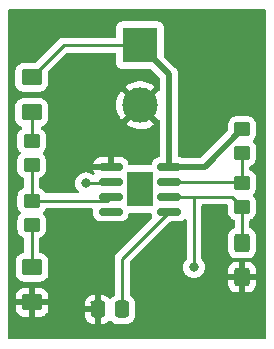
<source format=gbr>
%TF.GenerationSoftware,KiCad,Pcbnew,(6.0.10-0)*%
%TF.CreationDate,2023-02-16T14:33:40-08:00*%
%TF.ProjectId,Exercise 2,45786572-6369-4736-9520-322e6b696361,rev?*%
%TF.SameCoordinates,Original*%
%TF.FileFunction,Copper,L1,Top*%
%TF.FilePolarity,Positive*%
%FSLAX46Y46*%
G04 Gerber Fmt 4.6, Leading zero omitted, Abs format (unit mm)*
G04 Created by KiCad (PCBNEW (6.0.10-0)) date 2023-02-16 14:33:40*
%MOMM*%
%LPD*%
G01*
G04 APERTURE LIST*
G04 Aperture macros list*
%AMRoundRect*
0 Rectangle with rounded corners*
0 $1 Rounding radius*
0 $2 $3 $4 $5 $6 $7 $8 $9 X,Y pos of 4 corners*
0 Add a 4 corners polygon primitive as box body*
4,1,4,$2,$3,$4,$5,$6,$7,$8,$9,$2,$3,0*
0 Add four circle primitives for the rounded corners*
1,1,$1+$1,$2,$3*
1,1,$1+$1,$4,$5*
1,1,$1+$1,$6,$7*
1,1,$1+$1,$8,$9*
0 Add four rect primitives between the rounded corners*
20,1,$1+$1,$2,$3,$4,$5,0*
20,1,$1+$1,$4,$5,$6,$7,0*
20,1,$1+$1,$6,$7,$8,$9,0*
20,1,$1+$1,$8,$9,$2,$3,0*%
G04 Aperture macros list end*
%TA.AperFunction,SMDPad,CuDef*%
%ADD10RoundRect,0.150000X-0.825000X-0.150000X0.825000X-0.150000X0.825000X0.150000X-0.825000X0.150000X0*%
%TD*%
%TA.AperFunction,SMDPad,CuDef*%
%ADD11R,2.290000X3.000000*%
%TD*%
%TA.AperFunction,SMDPad,CuDef*%
%ADD12RoundRect,0.250000X-0.450000X0.350000X-0.450000X-0.350000X0.450000X-0.350000X0.450000X0.350000X0*%
%TD*%
%TA.AperFunction,SMDPad,CuDef*%
%ADD13RoundRect,0.250000X-0.425000X0.537500X-0.425000X-0.537500X0.425000X-0.537500X0.425000X0.537500X0*%
%TD*%
%TA.AperFunction,SMDPad,CuDef*%
%ADD14RoundRect,0.250000X0.337500X0.475000X-0.337500X0.475000X-0.337500X-0.475000X0.337500X-0.475000X0*%
%TD*%
%TA.AperFunction,ComponentPad*%
%ADD15R,3.000000X3.000000*%
%TD*%
%TA.AperFunction,ComponentPad*%
%ADD16C,3.000000*%
%TD*%
%TA.AperFunction,SMDPad,CuDef*%
%ADD17RoundRect,0.250001X0.624999X-0.462499X0.624999X0.462499X-0.624999X0.462499X-0.624999X-0.462499X0*%
%TD*%
%TA.AperFunction,ViaPad*%
%ADD18C,0.800000*%
%TD*%
%TA.AperFunction,Conductor*%
%ADD19C,0.250000*%
%TD*%
%TA.AperFunction,Conductor*%
%ADD20C,0.508000*%
%TD*%
G04 APERTURE END LIST*
D10*
%TO.P,U1,1,GND*%
%TO.N,GND*%
X145861000Y-91059000D03*
%TO.P,U1,2,TR*%
%TO.N,/pin_2*%
X145861000Y-92329000D03*
%TO.P,U1,3,Q*%
%TO.N,/pin_3*%
X145861000Y-93599000D03*
%TO.P,U1,4,R*%
%TO.N,/9V*%
X145861000Y-94869000D03*
%TO.P,U1,5,CV*%
%TO.N,Net-(C2-Pad1)*%
X150811000Y-94869000D03*
%TO.P,U1,6,THR*%
%TO.N,/pin_2*%
X150811000Y-93599000D03*
%TO.P,U1,7,DIS*%
%TO.N,Net-(R1-Pad2)*%
X150811000Y-92329000D03*
%TO.P,U1,8,VCC*%
%TO.N,+9V*%
X150811000Y-91059000D03*
D11*
%TO.P,U1,9*%
%TO.N,N/C*%
X148336000Y-92964000D03*
%TD*%
D12*
%TO.P,R3,1*%
%TO.N,Net-(D1-Pad1)*%
X139155500Y-88879500D03*
%TO.P,R3,2*%
%TO.N,/pin_3*%
X139155500Y-90879500D03*
%TD*%
D13*
%TO.P,C1,1*%
%TO.N,/pin_2*%
X156972000Y-97526000D03*
%TO.P,C1,2*%
%TO.N,GND*%
X156972000Y-100401000D03*
%TD*%
D12*
%TO.P,R2,1*%
%TO.N,Net-(R1-Pad2)*%
X156972000Y-92446000D03*
%TO.P,R2,2*%
%TO.N,/pin_2*%
X156972000Y-94446000D03*
%TD*%
%TO.P,R4,1*%
%TO.N,/pin_3*%
X139171500Y-93959500D03*
%TO.P,R4,2*%
%TO.N,Net-(D2-Pad2)*%
X139171500Y-95959500D03*
%TD*%
%TO.P,R1,1*%
%TO.N,+9V*%
X156972000Y-87906000D03*
%TO.P,R1,2*%
%TO.N,Net-(R1-Pad2)*%
X156972000Y-89906000D03*
%TD*%
D14*
%TO.P,C2,1*%
%TO.N,Net-(C2-Pad1)*%
X146833500Y-103145500D03*
%TO.P,C2,2*%
%TO.N,GND*%
X144758500Y-103145500D03*
%TD*%
D15*
%TO.P,J1,1,Pin_1*%
%TO.N,+9V*%
X148336000Y-80772000D03*
D16*
%TO.P,J1,2,Pin_2*%
%TO.N,GND*%
X148336000Y-85852000D03*
%TD*%
D17*
%TO.P,D2,1,K*%
%TO.N,GND*%
X139192000Y-102543000D03*
%TO.P,D2,2,A*%
%TO.N,Net-(D2-Pad2)*%
X139192000Y-99568000D03*
%TD*%
%TO.P,D1,1,K*%
%TO.N,Net-(D1-Pad1)*%
X139155500Y-86457500D03*
%TO.P,D1,2,A*%
%TO.N,+9V*%
X139155500Y-83482500D03*
%TD*%
D18*
%TO.N,/pin_2*%
X143764000Y-92456000D03*
X152908000Y-99568000D03*
%TD*%
D19*
%TO.N,/pin_2*%
X152908000Y-99568000D02*
X152908000Y-93726000D01*
X156125000Y-93599000D02*
X156972000Y-94446000D01*
X150811000Y-93599000D02*
X153035000Y-93599000D01*
X145734000Y-92456000D02*
X143764000Y-92456000D01*
X156972000Y-94446000D02*
X156972000Y-97526000D01*
X152908000Y-93726000D02*
X153035000Y-93599000D01*
X153035000Y-93599000D02*
X156125000Y-93599000D01*
X145861000Y-92329000D02*
X145734000Y-92456000D01*
%TO.N,GND*%
X144758500Y-103145500D02*
X144156000Y-102543000D01*
%TO.N,Net-(C2-Pad1)*%
X146833500Y-98846500D02*
X150811000Y-94869000D01*
X146833500Y-103145500D02*
X146833500Y-98846500D01*
%TO.N,Net-(D1-Pad1)*%
X139155500Y-88879500D02*
X139155500Y-86457500D01*
D20*
%TO.N,+9V*%
X150811000Y-91059000D02*
X153819000Y-91059000D01*
X150811000Y-83247000D02*
X148336000Y-80772000D01*
X153819000Y-91059000D02*
X156972000Y-87906000D01*
D19*
X141866000Y-80772000D02*
X139155500Y-83482500D01*
X148336000Y-80772000D02*
X141866000Y-80772000D01*
D20*
X150811000Y-91059000D02*
X150811000Y-83247000D01*
D19*
%TO.N,Net-(D2-Pad2)*%
X139171500Y-99547500D02*
X139171500Y-95959500D01*
X139192000Y-99568000D02*
X139171500Y-99547500D01*
%TO.N,Net-(R1-Pad2)*%
X156972000Y-92446000D02*
X156855000Y-92329000D01*
X156972000Y-89906000D02*
X156972000Y-92446000D01*
X156855000Y-92329000D02*
X150811000Y-92329000D01*
%TO.N,/pin_3*%
X145500500Y-93959500D02*
X145861000Y-93599000D01*
X139171500Y-90895500D02*
X139155500Y-90879500D01*
X139171500Y-93959500D02*
X145500500Y-93959500D01*
X139171500Y-93959500D02*
X139171500Y-90895500D01*
%TD*%
%TA.AperFunction,Conductor*%
%TO.N,GND*%
G36*
X158945621Y-77744502D02*
G01*
X158992114Y-77798158D01*
X159003500Y-77850500D01*
X159003500Y-105537500D01*
X158983498Y-105605621D01*
X158929842Y-105652114D01*
X158877500Y-105663500D01*
X137286500Y-105663500D01*
X137218379Y-105643498D01*
X137171886Y-105589842D01*
X137160500Y-105537500D01*
X137160500Y-103052596D01*
X137809000Y-103052596D01*
X137809337Y-103059111D01*
X137819256Y-103154703D01*
X137822150Y-103168102D01*
X137873588Y-103322283D01*
X137879762Y-103335462D01*
X137965063Y-103473307D01*
X137974099Y-103484708D01*
X138088830Y-103599239D01*
X138100241Y-103608251D01*
X138238245Y-103693318D01*
X138251423Y-103699462D01*
X138405716Y-103750639D01*
X138419081Y-103753505D01*
X138513439Y-103763172D01*
X138519855Y-103763500D01*
X138919885Y-103763500D01*
X138935124Y-103759025D01*
X138936329Y-103757635D01*
X138938000Y-103749952D01*
X138938000Y-103745385D01*
X139446000Y-103745385D01*
X139450475Y-103760624D01*
X139451865Y-103761829D01*
X139459548Y-103763500D01*
X139864096Y-103763500D01*
X139870611Y-103763163D01*
X139966203Y-103753244D01*
X139979602Y-103750350D01*
X140133783Y-103698912D01*
X140146962Y-103692738D01*
X140187593Y-103667595D01*
X143663001Y-103667595D01*
X143663338Y-103674114D01*
X143673257Y-103769706D01*
X143676149Y-103783100D01*
X143727588Y-103937284D01*
X143733761Y-103950462D01*
X143819063Y-104088307D01*
X143828099Y-104099708D01*
X143942829Y-104214239D01*
X143954240Y-104223251D01*
X144092243Y-104308316D01*
X144105424Y-104314463D01*
X144259710Y-104365638D01*
X144273086Y-104368505D01*
X144367438Y-104378172D01*
X144373854Y-104378500D01*
X144486385Y-104378500D01*
X144501624Y-104374025D01*
X144502829Y-104372635D01*
X144504500Y-104364952D01*
X144504500Y-103417615D01*
X144500025Y-103402376D01*
X144498635Y-103401171D01*
X144490952Y-103399500D01*
X143681116Y-103399500D01*
X143665877Y-103403975D01*
X143664672Y-103405365D01*
X143663001Y-103413048D01*
X143663001Y-103667595D01*
X140187593Y-103667595D01*
X140284807Y-103607437D01*
X140296208Y-103598401D01*
X140410739Y-103483670D01*
X140419751Y-103472259D01*
X140504818Y-103334255D01*
X140510962Y-103321077D01*
X140562139Y-103166784D01*
X140565005Y-103153419D01*
X140574672Y-103059061D01*
X140575000Y-103052645D01*
X140575000Y-102873385D01*
X143663000Y-102873385D01*
X143667475Y-102888624D01*
X143668865Y-102889829D01*
X143676548Y-102891500D01*
X144486385Y-102891500D01*
X144501624Y-102887025D01*
X144502829Y-102885635D01*
X144504500Y-102877952D01*
X144504500Y-101930616D01*
X144500025Y-101915377D01*
X144498635Y-101914172D01*
X144490952Y-101912501D01*
X144373905Y-101912501D01*
X144367386Y-101912838D01*
X144271794Y-101922757D01*
X144258400Y-101925649D01*
X144104216Y-101977088D01*
X144091038Y-101983261D01*
X143953193Y-102068563D01*
X143941792Y-102077599D01*
X143827261Y-102192329D01*
X143818249Y-102203740D01*
X143733184Y-102341743D01*
X143727037Y-102354924D01*
X143675862Y-102509210D01*
X143672995Y-102522586D01*
X143663328Y-102616938D01*
X143663000Y-102623355D01*
X143663000Y-102873385D01*
X140575000Y-102873385D01*
X140575000Y-102815115D01*
X140570525Y-102799876D01*
X140569135Y-102798671D01*
X140561452Y-102797000D01*
X139464115Y-102797000D01*
X139448876Y-102801475D01*
X139447671Y-102802865D01*
X139446000Y-102810548D01*
X139446000Y-103745385D01*
X138938000Y-103745385D01*
X138938000Y-102815115D01*
X138933525Y-102799876D01*
X138932135Y-102798671D01*
X138924452Y-102797000D01*
X137827115Y-102797000D01*
X137811876Y-102801475D01*
X137810671Y-102802865D01*
X137809000Y-102810548D01*
X137809000Y-103052596D01*
X137160500Y-103052596D01*
X137160500Y-102270885D01*
X137809000Y-102270885D01*
X137813475Y-102286124D01*
X137814865Y-102287329D01*
X137822548Y-102289000D01*
X138919885Y-102289000D01*
X138935124Y-102284525D01*
X138936329Y-102283135D01*
X138938000Y-102275452D01*
X138938000Y-102270885D01*
X139446000Y-102270885D01*
X139450475Y-102286124D01*
X139451865Y-102287329D01*
X139459548Y-102289000D01*
X140556885Y-102289000D01*
X140572124Y-102284525D01*
X140573329Y-102283135D01*
X140575000Y-102275452D01*
X140575000Y-102033404D01*
X140574663Y-102026889D01*
X140564744Y-101931297D01*
X140561850Y-101917898D01*
X140510412Y-101763717D01*
X140504238Y-101750538D01*
X140418937Y-101612693D01*
X140409901Y-101601292D01*
X140295170Y-101486761D01*
X140283759Y-101477749D01*
X140145755Y-101392682D01*
X140132577Y-101386538D01*
X139978284Y-101335361D01*
X139964919Y-101332495D01*
X139870561Y-101322828D01*
X139864144Y-101322500D01*
X139464115Y-101322500D01*
X139448876Y-101326975D01*
X139447671Y-101328365D01*
X139446000Y-101336048D01*
X139446000Y-102270885D01*
X138938000Y-102270885D01*
X138938000Y-101340615D01*
X138933525Y-101325376D01*
X138932135Y-101324171D01*
X138924452Y-101322500D01*
X138519904Y-101322500D01*
X138513389Y-101322837D01*
X138417797Y-101332756D01*
X138404398Y-101335650D01*
X138250217Y-101387088D01*
X138237038Y-101393262D01*
X138099193Y-101478563D01*
X138087792Y-101487599D01*
X137973261Y-101602330D01*
X137964249Y-101613741D01*
X137879182Y-101751745D01*
X137873038Y-101764923D01*
X137821861Y-101919216D01*
X137818995Y-101932581D01*
X137809328Y-102026939D01*
X137809000Y-102033356D01*
X137809000Y-102270885D01*
X137160500Y-102270885D01*
X137160500Y-86970400D01*
X137772000Y-86970400D01*
X137772337Y-86973646D01*
X137772337Y-86973650D01*
X137782181Y-87068520D01*
X137782974Y-87076165D01*
X137838950Y-87243945D01*
X137932022Y-87394348D01*
X138057197Y-87519305D01*
X138063427Y-87523145D01*
X138063428Y-87523146D01*
X138200590Y-87607694D01*
X138207762Y-87612115D01*
X138302618Y-87643577D01*
X138360978Y-87684007D01*
X138388215Y-87749571D01*
X138375682Y-87819453D01*
X138329254Y-87870314D01*
X138329012Y-87870464D01*
X138231152Y-87931022D01*
X138106195Y-88056197D01*
X138013385Y-88206762D01*
X137957703Y-88374639D01*
X137947000Y-88479100D01*
X137947000Y-89279900D01*
X137957974Y-89385666D01*
X137960155Y-89392202D01*
X137960155Y-89392204D01*
X137962701Y-89399834D01*
X138013950Y-89553446D01*
X138107022Y-89703848D01*
X138112204Y-89709021D01*
X138193609Y-89790284D01*
X138227688Y-89852566D01*
X138222685Y-89923386D01*
X138193764Y-89968475D01*
X138118440Y-90043931D01*
X138106195Y-90056197D01*
X138102355Y-90062427D01*
X138102354Y-90062428D01*
X138022102Y-90192621D01*
X138013385Y-90206762D01*
X137998071Y-90252933D01*
X137964339Y-90354633D01*
X137957703Y-90374639D01*
X137957003Y-90381475D01*
X137957002Y-90381478D01*
X137955393Y-90397180D01*
X137947000Y-90479100D01*
X137947000Y-91279900D01*
X137947337Y-91283146D01*
X137947337Y-91283150D01*
X137955073Y-91357702D01*
X137957974Y-91385666D01*
X137960155Y-91392202D01*
X137960155Y-91392204D01*
X137997021Y-91502704D01*
X138013950Y-91553446D01*
X138107022Y-91703848D01*
X138232197Y-91828805D01*
X138382762Y-91921615D01*
X138434408Y-91938745D01*
X138451668Y-91944470D01*
X138510027Y-91984901D01*
X138537264Y-92050465D01*
X138538000Y-92064063D01*
X138538000Y-92780303D01*
X138517998Y-92848424D01*
X138464342Y-92894917D01*
X138451877Y-92899826D01*
X138404498Y-92915633D01*
X138404496Y-92915634D01*
X138397554Y-92917950D01*
X138391330Y-92921801D01*
X138391329Y-92921802D01*
X138325562Y-92962500D01*
X138247152Y-93011022D01*
X138122195Y-93136197D01*
X138029385Y-93286762D01*
X137973703Y-93454639D01*
X137973003Y-93461475D01*
X137973002Y-93461478D01*
X137969394Y-93496695D01*
X137963000Y-93559100D01*
X137963000Y-94359900D01*
X137963337Y-94363146D01*
X137963337Y-94363150D01*
X137972909Y-94455399D01*
X137973974Y-94465666D01*
X138029950Y-94633446D01*
X138123022Y-94783848D01*
X138182412Y-94843134D01*
X138209609Y-94870284D01*
X138243688Y-94932566D01*
X138238685Y-95003386D01*
X138209764Y-95048475D01*
X138175266Y-95083033D01*
X138122195Y-95136197D01*
X138118355Y-95142427D01*
X138118354Y-95142428D01*
X138036643Y-95274988D01*
X138029385Y-95286762D01*
X138027081Y-95293709D01*
X137981406Y-95431416D01*
X137973703Y-95454639D01*
X137973003Y-95461475D01*
X137973002Y-95461478D01*
X137970037Y-95490418D01*
X137963000Y-95559100D01*
X137963000Y-96359900D01*
X137963337Y-96363146D01*
X137963337Y-96363150D01*
X137966040Y-96389195D01*
X137973974Y-96465666D01*
X138029950Y-96633446D01*
X138123022Y-96783848D01*
X138248197Y-96908805D01*
X138254427Y-96912645D01*
X138254428Y-96912646D01*
X138290450Y-96934850D01*
X138398762Y-97001615D01*
X138451668Y-97019163D01*
X138510027Y-97059594D01*
X138537264Y-97125158D01*
X138538000Y-97138756D01*
X138538000Y-98231177D01*
X138517998Y-98299298D01*
X138464342Y-98345791D01*
X138425002Y-98356504D01*
X138417694Y-98357262D01*
X138417691Y-98357263D01*
X138410835Y-98357974D01*
X138404299Y-98360155D01*
X138404297Y-98360155D01*
X138322497Y-98387446D01*
X138243055Y-98413950D01*
X138092652Y-98507022D01*
X137967695Y-98632197D01*
X137963855Y-98638427D01*
X137963854Y-98638428D01*
X137884928Y-98766470D01*
X137874885Y-98782762D01*
X137860397Y-98826443D01*
X137824856Y-98933597D01*
X137819203Y-98950639D01*
X137808500Y-99055100D01*
X137808500Y-100080900D01*
X137808837Y-100084146D01*
X137808837Y-100084150D01*
X137813953Y-100133452D01*
X137819474Y-100186665D01*
X137875450Y-100354445D01*
X137968522Y-100504848D01*
X138093697Y-100629805D01*
X138099927Y-100633645D01*
X138099928Y-100633646D01*
X138237090Y-100718194D01*
X138244262Y-100722615D01*
X138324005Y-100749064D01*
X138405611Y-100776132D01*
X138405613Y-100776132D01*
X138412139Y-100778297D01*
X138418975Y-100778997D01*
X138418978Y-100778998D01*
X138462031Y-100783409D01*
X138516600Y-100789000D01*
X139867400Y-100789000D01*
X139870646Y-100788663D01*
X139870650Y-100788663D01*
X139966307Y-100778738D01*
X139966311Y-100778737D01*
X139973165Y-100778026D01*
X139979701Y-100775845D01*
X139979703Y-100775845D01*
X140111805Y-100731772D01*
X140140945Y-100722050D01*
X140291348Y-100628978D01*
X140416305Y-100503803D01*
X140433981Y-100475128D01*
X140505275Y-100359468D01*
X140505276Y-100359466D01*
X140509115Y-100353238D01*
X140564797Y-100185361D01*
X140568728Y-100147000D01*
X140570583Y-100128885D01*
X140575500Y-100080900D01*
X140575500Y-99055100D01*
X140564526Y-98949335D01*
X140559276Y-98933597D01*
X140510868Y-98788503D01*
X140508550Y-98781555D01*
X140415478Y-98631152D01*
X140290303Y-98506195D01*
X140224122Y-98465400D01*
X140145968Y-98417225D01*
X140145966Y-98417224D01*
X140139738Y-98413385D01*
X140036947Y-98379291D01*
X139978389Y-98359868D01*
X139978387Y-98359868D01*
X139971861Y-98357703D01*
X139965023Y-98357002D01*
X139965021Y-98357002D01*
X139949809Y-98355444D01*
X139918157Y-98352201D01*
X139852431Y-98325360D01*
X139811649Y-98267246D01*
X139805000Y-98226857D01*
X139805000Y-97138697D01*
X139825002Y-97070576D01*
X139878658Y-97024083D01*
X139891123Y-97019174D01*
X139938502Y-97003367D01*
X139938504Y-97003366D01*
X139945446Y-97001050D01*
X140052340Y-96934902D01*
X140089620Y-96911832D01*
X140095848Y-96907978D01*
X140220805Y-96782803D01*
X140289412Y-96671502D01*
X140309775Y-96638468D01*
X140309776Y-96638466D01*
X140313615Y-96632238D01*
X140350369Y-96521428D01*
X140367132Y-96470889D01*
X140367132Y-96470887D01*
X140369297Y-96464361D01*
X140380000Y-96359900D01*
X140380000Y-95559100D01*
X140379663Y-95555850D01*
X140369738Y-95460192D01*
X140369737Y-95460188D01*
X140369026Y-95453334D01*
X140350948Y-95399146D01*
X140315368Y-95292502D01*
X140313050Y-95285554D01*
X140219978Y-95135152D01*
X140133391Y-95048716D01*
X140099312Y-94986434D01*
X140104315Y-94915614D01*
X140133236Y-94870525D01*
X140215634Y-94787983D01*
X140220805Y-94782803D01*
X140260134Y-94719000D01*
X140300889Y-94652884D01*
X140353662Y-94605390D01*
X140408149Y-94593000D01*
X144251500Y-94593000D01*
X144319621Y-94613002D01*
X144366114Y-94666658D01*
X144377500Y-94719000D01*
X144377500Y-95085502D01*
X144380438Y-95122831D01*
X144397500Y-95181559D01*
X144424497Y-95274483D01*
X144426855Y-95282601D01*
X144433424Y-95293709D01*
X144507509Y-95418980D01*
X144507511Y-95418983D01*
X144511547Y-95425807D01*
X144629193Y-95543453D01*
X144636017Y-95547489D01*
X144636020Y-95547491D01*
X144736579Y-95606961D01*
X144772399Y-95628145D01*
X144780010Y-95630356D01*
X144780012Y-95630357D01*
X144832231Y-95645528D01*
X144932169Y-95674562D01*
X144938574Y-95675066D01*
X144938579Y-95675067D01*
X144967042Y-95677307D01*
X144967050Y-95677307D01*
X144969498Y-95677500D01*
X146752502Y-95677500D01*
X146754950Y-95677307D01*
X146754958Y-95677307D01*
X146783421Y-95675067D01*
X146783426Y-95675066D01*
X146789831Y-95674562D01*
X146889769Y-95645528D01*
X146941988Y-95630357D01*
X146941990Y-95630356D01*
X146949601Y-95628145D01*
X146985421Y-95606961D01*
X147085980Y-95547491D01*
X147085983Y-95547489D01*
X147092807Y-95543453D01*
X147210453Y-95425807D01*
X147214489Y-95418983D01*
X147214491Y-95418980D01*
X147288576Y-95293709D01*
X147295145Y-95282601D01*
X147297504Y-95274483D01*
X147324500Y-95181559D01*
X147341562Y-95122831D01*
X147344255Y-95088614D01*
X147369541Y-95022273D01*
X147426679Y-94980133D01*
X147469867Y-94972500D01*
X149202133Y-94972500D01*
X149270254Y-94992502D01*
X149316747Y-95046158D01*
X149327745Y-95088614D01*
X149330438Y-95122831D01*
X149347500Y-95181559D01*
X149374497Y-95274483D01*
X149376855Y-95282601D01*
X149380892Y-95289426D01*
X149381248Y-95290250D01*
X149389946Y-95360712D01*
X149354707Y-95429388D01*
X146441247Y-98342848D01*
X146432961Y-98350388D01*
X146426482Y-98354500D01*
X146421057Y-98360277D01*
X146379857Y-98404151D01*
X146377102Y-98406993D01*
X146357365Y-98426730D01*
X146354885Y-98429927D01*
X146347182Y-98438947D01*
X146316914Y-98471179D01*
X146313095Y-98478125D01*
X146313093Y-98478128D01*
X146307152Y-98488934D01*
X146296301Y-98505453D01*
X146283886Y-98521459D01*
X146280741Y-98528728D01*
X146280738Y-98528732D01*
X146266326Y-98562037D01*
X146261109Y-98572687D01*
X146239805Y-98611440D01*
X146235806Y-98627017D01*
X146234767Y-98631062D01*
X146228363Y-98649766D01*
X146220319Y-98668355D01*
X146219080Y-98676178D01*
X146219077Y-98676188D01*
X146213401Y-98712024D01*
X146210995Y-98723644D01*
X146200000Y-98766470D01*
X146200000Y-98786724D01*
X146198449Y-98806434D01*
X146195280Y-98826443D01*
X146196026Y-98834335D01*
X146199441Y-98870461D01*
X146200000Y-98882319D01*
X146200000Y-101891454D01*
X146179998Y-101959575D01*
X146140303Y-101998598D01*
X146021652Y-102072022D01*
X145896695Y-102197197D01*
X145893898Y-102201735D01*
X145836647Y-102242324D01*
X145765724Y-102245554D01*
X145704313Y-102209928D01*
X145696938Y-102201432D01*
X145688902Y-102191293D01*
X145574171Y-102076761D01*
X145562760Y-102067749D01*
X145424757Y-101982684D01*
X145411576Y-101976537D01*
X145257290Y-101925362D01*
X145243914Y-101922495D01*
X145149562Y-101912828D01*
X145143145Y-101912500D01*
X145030615Y-101912500D01*
X145015376Y-101916975D01*
X145014171Y-101918365D01*
X145012500Y-101926048D01*
X145012500Y-104360384D01*
X145016975Y-104375623D01*
X145018365Y-104376828D01*
X145026048Y-104378499D01*
X145143095Y-104378499D01*
X145149614Y-104378162D01*
X145245206Y-104368243D01*
X145258600Y-104365351D01*
X145412784Y-104313912D01*
X145425962Y-104307739D01*
X145563807Y-104222437D01*
X145575208Y-104213401D01*
X145689738Y-104098672D01*
X145696794Y-104089738D01*
X145754712Y-104048677D01*
X145825635Y-104045447D01*
X145887046Y-104081074D01*
X145893846Y-104088907D01*
X145897522Y-104094848D01*
X146022697Y-104219805D01*
X146028927Y-104223645D01*
X146028928Y-104223646D01*
X146166288Y-104308316D01*
X146173262Y-104312615D01*
X146253005Y-104339064D01*
X146334611Y-104366132D01*
X146334613Y-104366132D01*
X146341139Y-104368297D01*
X146347975Y-104368997D01*
X146347978Y-104368998D01*
X146391031Y-104373409D01*
X146445600Y-104379000D01*
X147221400Y-104379000D01*
X147224646Y-104378663D01*
X147224650Y-104378663D01*
X147320308Y-104368738D01*
X147320312Y-104368737D01*
X147327166Y-104368026D01*
X147333702Y-104365845D01*
X147333704Y-104365845D01*
X147465806Y-104321772D01*
X147494946Y-104312050D01*
X147645348Y-104218978D01*
X147770305Y-104093803D01*
X147863115Y-103943238D01*
X147918797Y-103775361D01*
X147920013Y-103763500D01*
X147923909Y-103725469D01*
X147929500Y-103670900D01*
X147929500Y-102620100D01*
X147929163Y-102616850D01*
X147919238Y-102521192D01*
X147919237Y-102521188D01*
X147918526Y-102514334D01*
X147862550Y-102346554D01*
X147769478Y-102196152D01*
X147644303Y-102071195D01*
X147526883Y-101998816D01*
X147479391Y-101946045D01*
X147467000Y-101891557D01*
X147467000Y-100985595D01*
X155789001Y-100985595D01*
X155789338Y-100992114D01*
X155799257Y-101087706D01*
X155802149Y-101101100D01*
X155853588Y-101255284D01*
X155859761Y-101268462D01*
X155945063Y-101406307D01*
X155954099Y-101417708D01*
X156068829Y-101532239D01*
X156080240Y-101541251D01*
X156218243Y-101626316D01*
X156231424Y-101632463D01*
X156385710Y-101683638D01*
X156399086Y-101686505D01*
X156493438Y-101696172D01*
X156499854Y-101696500D01*
X156699885Y-101696500D01*
X156715124Y-101692025D01*
X156716329Y-101690635D01*
X156718000Y-101682952D01*
X156718000Y-101678384D01*
X157226000Y-101678384D01*
X157230475Y-101693623D01*
X157231865Y-101694828D01*
X157239548Y-101696499D01*
X157444095Y-101696499D01*
X157450614Y-101696162D01*
X157546206Y-101686243D01*
X157559600Y-101683351D01*
X157713784Y-101631912D01*
X157726962Y-101625739D01*
X157864807Y-101540437D01*
X157876208Y-101531401D01*
X157990739Y-101416671D01*
X157999751Y-101405260D01*
X158084816Y-101267257D01*
X158090963Y-101254076D01*
X158142138Y-101099790D01*
X158145005Y-101086414D01*
X158154672Y-100992062D01*
X158155000Y-100985646D01*
X158155000Y-100673115D01*
X158150525Y-100657876D01*
X158149135Y-100656671D01*
X158141452Y-100655000D01*
X157244115Y-100655000D01*
X157228876Y-100659475D01*
X157227671Y-100660865D01*
X157226000Y-100668548D01*
X157226000Y-101678384D01*
X156718000Y-101678384D01*
X156718000Y-100673115D01*
X156713525Y-100657876D01*
X156712135Y-100656671D01*
X156704452Y-100655000D01*
X155807116Y-100655000D01*
X155791877Y-100659475D01*
X155790672Y-100660865D01*
X155789001Y-100668548D01*
X155789001Y-100985595D01*
X147467000Y-100985595D01*
X147467000Y-99161094D01*
X147487002Y-99092973D01*
X147503905Y-99071999D01*
X150861499Y-95714405D01*
X150923811Y-95680379D01*
X150950594Y-95677500D01*
X151702502Y-95677500D01*
X151704950Y-95677307D01*
X151704958Y-95677307D01*
X151733421Y-95675067D01*
X151733426Y-95675066D01*
X151739831Y-95674562D01*
X151839769Y-95645528D01*
X151891988Y-95630357D01*
X151891990Y-95630356D01*
X151899601Y-95628145D01*
X151935421Y-95606961D01*
X152035980Y-95547491D01*
X152035983Y-95547489D01*
X152042807Y-95543453D01*
X152059405Y-95526855D01*
X152121717Y-95492829D01*
X152192532Y-95497894D01*
X152249368Y-95540441D01*
X152274179Y-95606961D01*
X152274500Y-95615950D01*
X152274500Y-98865476D01*
X152254498Y-98933597D01*
X152242142Y-98949779D01*
X152168960Y-99031056D01*
X152073473Y-99196444D01*
X152014458Y-99378072D01*
X151994496Y-99568000D01*
X152014458Y-99757928D01*
X152073473Y-99939556D01*
X152168960Y-100104944D01*
X152173378Y-100109851D01*
X152173379Y-100109852D01*
X152248429Y-100193203D01*
X152296747Y-100246866D01*
X152451248Y-100359118D01*
X152457276Y-100361802D01*
X152457278Y-100361803D01*
X152619681Y-100434109D01*
X152625712Y-100436794D01*
X152719112Y-100456647D01*
X152806056Y-100475128D01*
X152806061Y-100475128D01*
X152812513Y-100476500D01*
X153003487Y-100476500D01*
X153009939Y-100475128D01*
X153009944Y-100475128D01*
X153096888Y-100456647D01*
X153190288Y-100436794D01*
X153196319Y-100434109D01*
X153358722Y-100361803D01*
X153358724Y-100361802D01*
X153364752Y-100359118D01*
X153519253Y-100246866D01*
X153567571Y-100193203D01*
X153625484Y-100128885D01*
X155789000Y-100128885D01*
X155793475Y-100144124D01*
X155794865Y-100145329D01*
X155802548Y-100147000D01*
X156699885Y-100147000D01*
X156715124Y-100142525D01*
X156716329Y-100141135D01*
X156718000Y-100133452D01*
X156718000Y-100128885D01*
X157226000Y-100128885D01*
X157230475Y-100144124D01*
X157231865Y-100145329D01*
X157239548Y-100147000D01*
X158136884Y-100147000D01*
X158152123Y-100142525D01*
X158153328Y-100141135D01*
X158154999Y-100133452D01*
X158154999Y-99816405D01*
X158154662Y-99809886D01*
X158144743Y-99714294D01*
X158141851Y-99700900D01*
X158090412Y-99546716D01*
X158084239Y-99533538D01*
X157998937Y-99395693D01*
X157989901Y-99384292D01*
X157875171Y-99269761D01*
X157863760Y-99260749D01*
X157725757Y-99175684D01*
X157712576Y-99169537D01*
X157558290Y-99118362D01*
X157544914Y-99115495D01*
X157450562Y-99105828D01*
X157444145Y-99105500D01*
X157244115Y-99105500D01*
X157228876Y-99109975D01*
X157227671Y-99111365D01*
X157226000Y-99119048D01*
X157226000Y-100128885D01*
X156718000Y-100128885D01*
X156718000Y-99123616D01*
X156713525Y-99108377D01*
X156712135Y-99107172D01*
X156704452Y-99105501D01*
X156499905Y-99105501D01*
X156493386Y-99105838D01*
X156397794Y-99115757D01*
X156384400Y-99118649D01*
X156230216Y-99170088D01*
X156217038Y-99176261D01*
X156079193Y-99261563D01*
X156067792Y-99270599D01*
X155953261Y-99385329D01*
X155944249Y-99396740D01*
X155859184Y-99534743D01*
X155853037Y-99547924D01*
X155801862Y-99702210D01*
X155798995Y-99715586D01*
X155789328Y-99809938D01*
X155789000Y-99816355D01*
X155789000Y-100128885D01*
X153625484Y-100128885D01*
X153642621Y-100109852D01*
X153642622Y-100109851D01*
X153647040Y-100104944D01*
X153742527Y-99939556D01*
X153801542Y-99757928D01*
X153821504Y-99568000D01*
X153801542Y-99378072D01*
X153742527Y-99196444D01*
X153647040Y-99031056D01*
X153573863Y-98949785D01*
X153543147Y-98885779D01*
X153541500Y-98865476D01*
X153541500Y-94358500D01*
X153561502Y-94290379D01*
X153615158Y-94243886D01*
X153667500Y-94232500D01*
X155637500Y-94232500D01*
X155705621Y-94252502D01*
X155752114Y-94306158D01*
X155763500Y-94358500D01*
X155763500Y-94846400D01*
X155774474Y-94952166D01*
X155776655Y-94958702D01*
X155776655Y-94958704D01*
X155805832Y-95046158D01*
X155830450Y-95119946D01*
X155923522Y-95270348D01*
X156048697Y-95395305D01*
X156054927Y-95399145D01*
X156054928Y-95399146D01*
X156153963Y-95460192D01*
X156199262Y-95488115D01*
X156252168Y-95505663D01*
X156310527Y-95546094D01*
X156337764Y-95611658D01*
X156338500Y-95625256D01*
X156338500Y-96167643D01*
X156318498Y-96235764D01*
X156264842Y-96282257D01*
X156252378Y-96287166D01*
X156230005Y-96294630D01*
X156229998Y-96294633D01*
X156223054Y-96296950D01*
X156072652Y-96390022D01*
X155947695Y-96515197D01*
X155943855Y-96521427D01*
X155943854Y-96521428D01*
X155870965Y-96639676D01*
X155854885Y-96665762D01*
X155852581Y-96672709D01*
X155817784Y-96777620D01*
X155799203Y-96833639D01*
X155788500Y-96938100D01*
X155788500Y-98113900D01*
X155799474Y-98219666D01*
X155855450Y-98387446D01*
X155948522Y-98537848D01*
X156073697Y-98662805D01*
X156079927Y-98666645D01*
X156079928Y-98666646D01*
X156217090Y-98751194D01*
X156224262Y-98755615D01*
X156283683Y-98775324D01*
X156385611Y-98809132D01*
X156385613Y-98809132D01*
X156392139Y-98811297D01*
X156398975Y-98811997D01*
X156398978Y-98811998D01*
X156442031Y-98816409D01*
X156496600Y-98822000D01*
X157447400Y-98822000D01*
X157450646Y-98821663D01*
X157450650Y-98821663D01*
X157546308Y-98811738D01*
X157546312Y-98811737D01*
X157553166Y-98811026D01*
X157559702Y-98808845D01*
X157559704Y-98808845D01*
X157709739Y-98758789D01*
X157720946Y-98755050D01*
X157871348Y-98661978D01*
X157996305Y-98536803D01*
X158011985Y-98511366D01*
X158085275Y-98392468D01*
X158085276Y-98392466D01*
X158089115Y-98386238D01*
X158144797Y-98218361D01*
X158155500Y-98113900D01*
X158155500Y-96938100D01*
X158152775Y-96911832D01*
X158145238Y-96839192D01*
X158145237Y-96839188D01*
X158144526Y-96832334D01*
X158088550Y-96664554D01*
X157995478Y-96514152D01*
X157870303Y-96389195D01*
X157864072Y-96385354D01*
X157725968Y-96300225D01*
X157725966Y-96300224D01*
X157719738Y-96296385D01*
X157691830Y-96287128D01*
X157633472Y-96246697D01*
X157606236Y-96181133D01*
X157605500Y-96167536D01*
X157605500Y-95625197D01*
X157625502Y-95557076D01*
X157679158Y-95510583D01*
X157691623Y-95505674D01*
X157739002Y-95489867D01*
X157739004Y-95489866D01*
X157745946Y-95487550D01*
X157799130Y-95454639D01*
X157890120Y-95398332D01*
X157896348Y-95394478D01*
X158021305Y-95269303D01*
X158025146Y-95263072D01*
X158110275Y-95124968D01*
X158110276Y-95124966D01*
X158114115Y-95118738D01*
X158152375Y-95003386D01*
X158167632Y-94957389D01*
X158167632Y-94957387D01*
X158169797Y-94950861D01*
X158171672Y-94932566D01*
X158180172Y-94849598D01*
X158180500Y-94846400D01*
X158180500Y-94045600D01*
X158169526Y-93939834D01*
X158113550Y-93772054D01*
X158020478Y-93621652D01*
X157933891Y-93535216D01*
X157899812Y-93472934D01*
X157904815Y-93402114D01*
X157933736Y-93357025D01*
X158016134Y-93274483D01*
X158021305Y-93269303D01*
X158034980Y-93247118D01*
X158110275Y-93124968D01*
X158110276Y-93124966D01*
X158114115Y-93118738D01*
X158157735Y-92987226D01*
X158167632Y-92957389D01*
X158167632Y-92957387D01*
X158169797Y-92950861D01*
X158172775Y-92921802D01*
X158180172Y-92849598D01*
X158180500Y-92846400D01*
X158180500Y-92045600D01*
X158169526Y-91939834D01*
X158160957Y-91914148D01*
X158115868Y-91779002D01*
X158113550Y-91772054D01*
X158020478Y-91621652D01*
X157895303Y-91496695D01*
X157889072Y-91492854D01*
X157750968Y-91407725D01*
X157750966Y-91407724D01*
X157744738Y-91403885D01*
X157691832Y-91386337D01*
X157633473Y-91345906D01*
X157606236Y-91280342D01*
X157605500Y-91266744D01*
X157605500Y-91085197D01*
X157625502Y-91017076D01*
X157679158Y-90970583D01*
X157691623Y-90965674D01*
X157739002Y-90949867D01*
X157739004Y-90949866D01*
X157745946Y-90947550D01*
X157852129Y-90881842D01*
X157890120Y-90858332D01*
X157896348Y-90854478D01*
X158021305Y-90729303D01*
X158068332Y-90653012D01*
X158110275Y-90584968D01*
X158110276Y-90584966D01*
X158114115Y-90578738D01*
X158169797Y-90410861D01*
X158171919Y-90390156D01*
X158180172Y-90309598D01*
X158180500Y-90306400D01*
X158180500Y-89505600D01*
X158169526Y-89399834D01*
X158166981Y-89392204D01*
X158115868Y-89239002D01*
X158113550Y-89232054D01*
X158020478Y-89081652D01*
X157933891Y-88995216D01*
X157899812Y-88932934D01*
X157904815Y-88862114D01*
X157933736Y-88817025D01*
X158016134Y-88734483D01*
X158021305Y-88729303D01*
X158114115Y-88578738D01*
X158169797Y-88410861D01*
X158180500Y-88306400D01*
X158180500Y-87505600D01*
X158180163Y-87502350D01*
X158170238Y-87406692D01*
X158170237Y-87406688D01*
X158169526Y-87399834D01*
X158113550Y-87232054D01*
X158020478Y-87081652D01*
X157895303Y-86956695D01*
X157889072Y-86952854D01*
X157750968Y-86867725D01*
X157750966Y-86867724D01*
X157744738Y-86863885D01*
X157584254Y-86810655D01*
X157583389Y-86810368D01*
X157583387Y-86810368D01*
X157576861Y-86808203D01*
X157570025Y-86807503D01*
X157570022Y-86807502D01*
X157526969Y-86803091D01*
X157472400Y-86797500D01*
X156471600Y-86797500D01*
X156468354Y-86797837D01*
X156468350Y-86797837D01*
X156372692Y-86807762D01*
X156372688Y-86807763D01*
X156365834Y-86808474D01*
X156359298Y-86810655D01*
X156359296Y-86810655D01*
X156227194Y-86854728D01*
X156198054Y-86864450D01*
X156047652Y-86957522D01*
X155922695Y-87082697D01*
X155918855Y-87088927D01*
X155918854Y-87088928D01*
X155916903Y-87092094D01*
X155829885Y-87233262D01*
X155774203Y-87401139D01*
X155773503Y-87407975D01*
X155773502Y-87407978D01*
X155770052Y-87441654D01*
X155763500Y-87505600D01*
X155763500Y-87983972D01*
X155743498Y-88052093D01*
X155726595Y-88073067D01*
X153540067Y-90259595D01*
X153477755Y-90293621D01*
X153450972Y-90296500D01*
X151905985Y-90296500D01*
X151870832Y-90291497D01*
X151739831Y-90253438D01*
X151733426Y-90252934D01*
X151733421Y-90252933D01*
X151704958Y-90250693D01*
X151704950Y-90250693D01*
X151702502Y-90250500D01*
X151699500Y-90250500D01*
X151699418Y-90250476D01*
X151697561Y-90250403D01*
X151697579Y-90249936D01*
X151631379Y-90230498D01*
X151584886Y-90176842D01*
X151573500Y-90124500D01*
X151573500Y-83314376D01*
X151574933Y-83295426D01*
X151577124Y-83281027D01*
X151577124Y-83281023D01*
X151578224Y-83273793D01*
X151573915Y-83220814D01*
X151573500Y-83210600D01*
X151573500Y-83202475D01*
X151570193Y-83174110D01*
X151569760Y-83169735D01*
X151564403Y-83103868D01*
X151563810Y-83096574D01*
X151561556Y-83089617D01*
X151560367Y-83083663D01*
X151558949Y-83077665D01*
X151558101Y-83070393D01*
X151533052Y-83001383D01*
X151531635Y-82997256D01*
X151511268Y-82934386D01*
X151511267Y-82934384D01*
X151509013Y-82927426D01*
X151505217Y-82921170D01*
X151502667Y-82915601D01*
X151499930Y-82910137D01*
X151497434Y-82903259D01*
X151457164Y-82841838D01*
X151454844Y-82838159D01*
X151442251Y-82817405D01*
X151416773Y-82775419D01*
X151409333Y-82766995D01*
X151409362Y-82766969D01*
X151406762Y-82764038D01*
X151403958Y-82760684D01*
X151399946Y-82754565D01*
X151343413Y-82701011D01*
X151340972Y-82698634D01*
X150381405Y-81739067D01*
X150347379Y-81676755D01*
X150344500Y-81649972D01*
X150344500Y-79223866D01*
X150337745Y-79161684D01*
X150286615Y-79025295D01*
X150199261Y-78908739D01*
X150082705Y-78821385D01*
X149946316Y-78770255D01*
X149884134Y-78763500D01*
X146787866Y-78763500D01*
X146725684Y-78770255D01*
X146589295Y-78821385D01*
X146472739Y-78908739D01*
X146385385Y-79025295D01*
X146334255Y-79161684D01*
X146327500Y-79223866D01*
X146327500Y-80012500D01*
X146307498Y-80080621D01*
X146253842Y-80127114D01*
X146201500Y-80138500D01*
X141944767Y-80138500D01*
X141933584Y-80137973D01*
X141926091Y-80136298D01*
X141918165Y-80136547D01*
X141918164Y-80136547D01*
X141858001Y-80138438D01*
X141854043Y-80138500D01*
X141826144Y-80138500D01*
X141822154Y-80139004D01*
X141810320Y-80139936D01*
X141766111Y-80141326D01*
X141758497Y-80143538D01*
X141758492Y-80143539D01*
X141746659Y-80146977D01*
X141727296Y-80150988D01*
X141707203Y-80153526D01*
X141699836Y-80156443D01*
X141699831Y-80156444D01*
X141666092Y-80169802D01*
X141654865Y-80173646D01*
X141612407Y-80185982D01*
X141605581Y-80190019D01*
X141594972Y-80196293D01*
X141577224Y-80204988D01*
X141558383Y-80212448D01*
X141551967Y-80217110D01*
X141551966Y-80217110D01*
X141522613Y-80238436D01*
X141512693Y-80244952D01*
X141481465Y-80263420D01*
X141481462Y-80263422D01*
X141474638Y-80267458D01*
X141460317Y-80281779D01*
X141445284Y-80294619D01*
X141428893Y-80306528D01*
X141423842Y-80312634D01*
X141400702Y-80340605D01*
X141392712Y-80349384D01*
X139517500Y-82224595D01*
X139455188Y-82258621D01*
X139428405Y-82261500D01*
X138480100Y-82261500D01*
X138476854Y-82261837D01*
X138476850Y-82261837D01*
X138381193Y-82271762D01*
X138381189Y-82271763D01*
X138374335Y-82272474D01*
X138367799Y-82274655D01*
X138367797Y-82274655D01*
X138241723Y-82316717D01*
X138206555Y-82328450D01*
X138056152Y-82421522D01*
X137931195Y-82546697D01*
X137838385Y-82697262D01*
X137821048Y-82749533D01*
X137790418Y-82841880D01*
X137782703Y-82865139D01*
X137772000Y-82969600D01*
X137772000Y-83995400D01*
X137772337Y-83998646D01*
X137772337Y-83998650D01*
X137779801Y-84070582D01*
X137782974Y-84101165D01*
X137838950Y-84268945D01*
X137932022Y-84419348D01*
X138057197Y-84544305D01*
X138063427Y-84548145D01*
X138063428Y-84548146D01*
X138200590Y-84632694D01*
X138207762Y-84637115D01*
X138287505Y-84663564D01*
X138369111Y-84690632D01*
X138369113Y-84690632D01*
X138375639Y-84692797D01*
X138382475Y-84693497D01*
X138382478Y-84693498D01*
X138425531Y-84697909D01*
X138480100Y-84703500D01*
X139830900Y-84703500D01*
X139834146Y-84703163D01*
X139834150Y-84703163D01*
X139929807Y-84693238D01*
X139929811Y-84693237D01*
X139936665Y-84692526D01*
X139943201Y-84690345D01*
X139943203Y-84690345D01*
X140075305Y-84646272D01*
X140104445Y-84636550D01*
X140254848Y-84543478D01*
X140379805Y-84418303D01*
X140472615Y-84267738D01*
X140473689Y-84264500D01*
X147112584Y-84264500D01*
X147118980Y-84275770D01*
X148323188Y-85479978D01*
X148337132Y-85487592D01*
X148338965Y-85487461D01*
X148345580Y-85483210D01*
X149552604Y-84276186D01*
X149559795Y-84263017D01*
X149552473Y-84252780D01*
X149505233Y-84214115D01*
X149498261Y-84209160D01*
X149272122Y-84070582D01*
X149264552Y-84066624D01*
X149021704Y-83960022D01*
X149013644Y-83957120D01*
X148758592Y-83884467D01*
X148750214Y-83882685D01*
X148487656Y-83845318D01*
X148479111Y-83844691D01*
X148213908Y-83843302D01*
X148205374Y-83843839D01*
X147942433Y-83878456D01*
X147934035Y-83880149D01*
X147678238Y-83950127D01*
X147670143Y-83952946D01*
X147426199Y-84056997D01*
X147418577Y-84060881D01*
X147191013Y-84197075D01*
X147183981Y-84201962D01*
X147121053Y-84252377D01*
X147112584Y-84264500D01*
X140473689Y-84264500D01*
X140528297Y-84099861D01*
X140531703Y-84066624D01*
X140538672Y-83998598D01*
X140539000Y-83995400D01*
X140539000Y-83047094D01*
X140559002Y-82978973D01*
X140575905Y-82957999D01*
X142091500Y-81442405D01*
X142153812Y-81408379D01*
X142180595Y-81405500D01*
X146201500Y-81405500D01*
X146269621Y-81425502D01*
X146316114Y-81479158D01*
X146327500Y-81531500D01*
X146327500Y-82320134D01*
X146334255Y-82382316D01*
X146385385Y-82518705D01*
X146472739Y-82635261D01*
X146589295Y-82722615D01*
X146725684Y-82773745D01*
X146787866Y-82780500D01*
X149213972Y-82780500D01*
X149282093Y-82800502D01*
X149303067Y-82817405D01*
X150011595Y-83525933D01*
X150045621Y-83588245D01*
X150048500Y-83615028D01*
X150048500Y-84499759D01*
X150028498Y-84567880D01*
X149974842Y-84614373D01*
X149940782Y-84619992D01*
X149912121Y-84635089D01*
X148708022Y-85839188D01*
X148700408Y-85853132D01*
X148700539Y-85854965D01*
X148704790Y-85861580D01*
X149911730Y-87068520D01*
X149936375Y-87081978D01*
X149982883Y-87092094D01*
X150033086Y-87142295D01*
X150048500Y-87202683D01*
X150048500Y-90124500D01*
X150028498Y-90192621D01*
X149974842Y-90239114D01*
X149924426Y-90250081D01*
X149924439Y-90250403D01*
X149922617Y-90250474D01*
X149922500Y-90250500D01*
X149919498Y-90250500D01*
X149917050Y-90250693D01*
X149917042Y-90250693D01*
X149888579Y-90252933D01*
X149888574Y-90252934D01*
X149882169Y-90253438D01*
X149782231Y-90282472D01*
X149730012Y-90297643D01*
X149730010Y-90297644D01*
X149722399Y-90299855D01*
X149715572Y-90303892D01*
X149715573Y-90303892D01*
X149586020Y-90380509D01*
X149586017Y-90380511D01*
X149579193Y-90384547D01*
X149461547Y-90502193D01*
X149457511Y-90509017D01*
X149457509Y-90509020D01*
X149420387Y-90571791D01*
X149376855Y-90645399D01*
X149374644Y-90653010D01*
X149374643Y-90653012D01*
X149359472Y-90705231D01*
X149330438Y-90805169D01*
X149329934Y-90811574D01*
X149329933Y-90811579D01*
X149327745Y-90839386D01*
X149302459Y-90905727D01*
X149245321Y-90947867D01*
X149202133Y-90955500D01*
X147469362Y-90955500D01*
X147401241Y-90935498D01*
X147354748Y-90881842D01*
X147343750Y-90839381D01*
X147341570Y-90811664D01*
X147339270Y-90799069D01*
X147296893Y-90653210D01*
X147290648Y-90638779D01*
X147214089Y-90509322D01*
X147204449Y-90496896D01*
X147098104Y-90390551D01*
X147085678Y-90380911D01*
X146956221Y-90304352D01*
X146941790Y-90298107D01*
X146795935Y-90255731D01*
X146783333Y-90253430D01*
X146754916Y-90251193D01*
X146749986Y-90251000D01*
X146133115Y-90251000D01*
X146117876Y-90255475D01*
X146116671Y-90256865D01*
X146115000Y-90264548D01*
X146115000Y-91187000D01*
X146094998Y-91255121D01*
X146041342Y-91301614D01*
X145989000Y-91313000D01*
X144399122Y-91313000D01*
X144385591Y-91316973D01*
X144384456Y-91324871D01*
X144425107Y-91464790D01*
X144431352Y-91479221D01*
X144472820Y-91549340D01*
X144490279Y-91618156D01*
X144467762Y-91685488D01*
X144412418Y-91729957D01*
X144341817Y-91737445D01*
X144290305Y-91715415D01*
X144226094Y-91668763D01*
X144226093Y-91668762D01*
X144220752Y-91664882D01*
X144214724Y-91662198D01*
X144214722Y-91662197D01*
X144052319Y-91589891D01*
X144052318Y-91589891D01*
X144046288Y-91587206D01*
X143952887Y-91567353D01*
X143865944Y-91548872D01*
X143865939Y-91548872D01*
X143859487Y-91547500D01*
X143668513Y-91547500D01*
X143662061Y-91548872D01*
X143662056Y-91548872D01*
X143575113Y-91567353D01*
X143481712Y-91587206D01*
X143475682Y-91589891D01*
X143475681Y-91589891D01*
X143313278Y-91662197D01*
X143313276Y-91662198D01*
X143307248Y-91664882D01*
X143152747Y-91777134D01*
X143024960Y-91919056D01*
X142929473Y-92084444D01*
X142870458Y-92266072D01*
X142850496Y-92456000D01*
X142870458Y-92645928D01*
X142929473Y-92827556D01*
X142932776Y-92833278D01*
X142932777Y-92833279D01*
X142941521Y-92848424D01*
X143024960Y-92992944D01*
X143029378Y-92997851D01*
X143029379Y-92997852D01*
X143135481Y-93115690D01*
X143166198Y-93179697D01*
X143157434Y-93250151D01*
X143111971Y-93304682D01*
X143041845Y-93326000D01*
X140408281Y-93326000D01*
X140340160Y-93305998D01*
X140301137Y-93266303D01*
X140223832Y-93141380D01*
X140219978Y-93135152D01*
X140094803Y-93010195D01*
X140019861Y-92964000D01*
X139950468Y-92921225D01*
X139950466Y-92921224D01*
X139944238Y-92917385D01*
X139891332Y-92899837D01*
X139832973Y-92859406D01*
X139805736Y-92793842D01*
X139805000Y-92780244D01*
X139805000Y-92053359D01*
X139825002Y-91985238D01*
X139878658Y-91938745D01*
X139891123Y-91933836D01*
X139922501Y-91923367D01*
X139929446Y-91921050D01*
X139940600Y-91914148D01*
X140073620Y-91831832D01*
X140079848Y-91827978D01*
X140204805Y-91702803D01*
X140235049Y-91653739D01*
X140293775Y-91558468D01*
X140293776Y-91558466D01*
X140297615Y-91552238D01*
X140346821Y-91403885D01*
X140351132Y-91390889D01*
X140351132Y-91390887D01*
X140353297Y-91384361D01*
X140356029Y-91357702D01*
X140359392Y-91324871D01*
X140364000Y-91279900D01*
X140364000Y-90787605D01*
X144386061Y-90787605D01*
X144386101Y-90801706D01*
X144393370Y-90805000D01*
X145588885Y-90805000D01*
X145604124Y-90800525D01*
X145605329Y-90799135D01*
X145607000Y-90791452D01*
X145607000Y-90269116D01*
X145602525Y-90253877D01*
X145601135Y-90252672D01*
X145593452Y-90251001D01*
X144972017Y-90251001D01*
X144967080Y-90251195D01*
X144938664Y-90253430D01*
X144926069Y-90255730D01*
X144780210Y-90298107D01*
X144765779Y-90304352D01*
X144636322Y-90380911D01*
X144623896Y-90390551D01*
X144517551Y-90496896D01*
X144507911Y-90509322D01*
X144431352Y-90638779D01*
X144425107Y-90653210D01*
X144386061Y-90787605D01*
X140364000Y-90787605D01*
X140364000Y-90479100D01*
X140363663Y-90475850D01*
X140353738Y-90380192D01*
X140353737Y-90380188D01*
X140353026Y-90373334D01*
X140328512Y-90299855D01*
X140299368Y-90212502D01*
X140297050Y-90205554D01*
X140203978Y-90055152D01*
X140117391Y-89968716D01*
X140083312Y-89906434D01*
X140088315Y-89835614D01*
X140117236Y-89790525D01*
X140199634Y-89707983D01*
X140204805Y-89702803D01*
X140297615Y-89552238D01*
X140348165Y-89399834D01*
X140351132Y-89390889D01*
X140351132Y-89390887D01*
X140353297Y-89384361D01*
X140364000Y-89279900D01*
X140364000Y-88479100D01*
X140353026Y-88373334D01*
X140297050Y-88205554D01*
X140203978Y-88055152D01*
X140078803Y-87930195D01*
X139981900Y-87870463D01*
X139934408Y-87817692D01*
X139922984Y-87747620D01*
X139951258Y-87682497D01*
X140008140Y-87643681D01*
X140097492Y-87613870D01*
X140097494Y-87613869D01*
X140104445Y-87611550D01*
X140254848Y-87518478D01*
X140331538Y-87441654D01*
X147111618Y-87441654D01*
X147118673Y-87451627D01*
X147149679Y-87477551D01*
X147156598Y-87482579D01*
X147381272Y-87623515D01*
X147388807Y-87627556D01*
X147630520Y-87736694D01*
X147638551Y-87739680D01*
X147892832Y-87815002D01*
X147901184Y-87816869D01*
X148163340Y-87856984D01*
X148171874Y-87857700D01*
X148437045Y-87861867D01*
X148445596Y-87861418D01*
X148708883Y-87829557D01*
X148717284Y-87827955D01*
X148973824Y-87760653D01*
X148981926Y-87757926D01*
X149226949Y-87656434D01*
X149234617Y-87652628D01*
X149463598Y-87518822D01*
X149470679Y-87514009D01*
X149550655Y-87451301D01*
X149559125Y-87439442D01*
X149552608Y-87427818D01*
X148348812Y-86224022D01*
X148334868Y-86216408D01*
X148333035Y-86216539D01*
X148326420Y-86220790D01*
X147118910Y-87428300D01*
X147111618Y-87441654D01*
X140331538Y-87441654D01*
X140379805Y-87393303D01*
X140472615Y-87242738D01*
X140525698Y-87082697D01*
X140526132Y-87081389D01*
X140526132Y-87081387D01*
X140528297Y-87074861D01*
X140539000Y-86970400D01*
X140539000Y-85944600D01*
X140538663Y-85941350D01*
X140528738Y-85845693D01*
X140528737Y-85845689D01*
X140528026Y-85838835D01*
X140526815Y-85835204D01*
X146323665Y-85835204D01*
X146338932Y-86099969D01*
X146340005Y-86108470D01*
X146391065Y-86368722D01*
X146393276Y-86376974D01*
X146479184Y-86627894D01*
X146482499Y-86635779D01*
X146601664Y-86872713D01*
X146606020Y-86880079D01*
X146735347Y-87068250D01*
X146745601Y-87076594D01*
X146759342Y-87069448D01*
X147963978Y-85864812D01*
X147971592Y-85850868D01*
X147971461Y-85849035D01*
X147967210Y-85842420D01*
X146759814Y-84635024D01*
X146747804Y-84628466D01*
X146736064Y-84637434D01*
X146627935Y-84787911D01*
X146623418Y-84795196D01*
X146499325Y-85029567D01*
X146495839Y-85037395D01*
X146404700Y-85286446D01*
X146402311Y-85294670D01*
X146345812Y-85553795D01*
X146344563Y-85562250D01*
X146323754Y-85826653D01*
X146323665Y-85835204D01*
X140526815Y-85835204D01*
X140472050Y-85671055D01*
X140378978Y-85520652D01*
X140253803Y-85395695D01*
X140247572Y-85391854D01*
X140109468Y-85306725D01*
X140109466Y-85306724D01*
X140103238Y-85302885D01*
X139942754Y-85249655D01*
X139941889Y-85249368D01*
X139941887Y-85249368D01*
X139935361Y-85247203D01*
X139928525Y-85246503D01*
X139928522Y-85246502D01*
X139885469Y-85242091D01*
X139830900Y-85236500D01*
X138480100Y-85236500D01*
X138476854Y-85236837D01*
X138476850Y-85236837D01*
X138381193Y-85246762D01*
X138381189Y-85246763D01*
X138374335Y-85247474D01*
X138367799Y-85249655D01*
X138367797Y-85249655D01*
X138257522Y-85286446D01*
X138206555Y-85303450D01*
X138056152Y-85396522D01*
X137931195Y-85521697D01*
X137927355Y-85527927D01*
X137927354Y-85527928D01*
X137906198Y-85562250D01*
X137838385Y-85672262D01*
X137782703Y-85840139D01*
X137782003Y-85846975D01*
X137782002Y-85846978D01*
X137781372Y-85853132D01*
X137772000Y-85944600D01*
X137772000Y-86970400D01*
X137160500Y-86970400D01*
X137160500Y-77850500D01*
X137180502Y-77782379D01*
X137234158Y-77735886D01*
X137286500Y-77724500D01*
X158877500Y-77724500D01*
X158945621Y-77744502D01*
G37*
%TD.AperFunction*%
%TD*%
M02*

</source>
